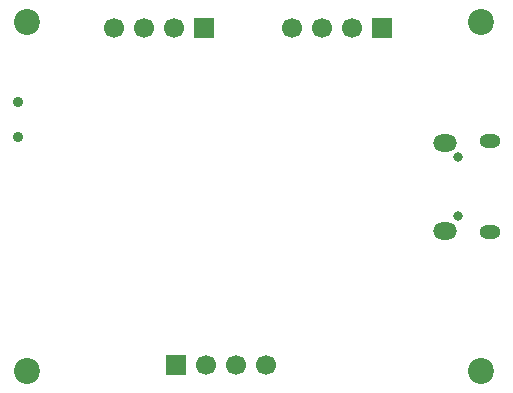
<source format=gbr>
%TF.GenerationSoftware,KiCad,Pcbnew,9.0.1*%
%TF.CreationDate,2025-05-17T01:13:42+02:00*%
%TF.ProjectId,kurs,6b757273-2e6b-4696-9361-645f70636258,rev?*%
%TF.SameCoordinates,Original*%
%TF.FileFunction,Soldermask,Bot*%
%TF.FilePolarity,Negative*%
%FSLAX46Y46*%
G04 Gerber Fmt 4.6, Leading zero omitted, Abs format (unit mm)*
G04 Created by KiCad (PCBNEW 9.0.1) date 2025-05-17 01:13:42*
%MOMM*%
%LPD*%
G01*
G04 APERTURE LIST*
%ADD10C,0.900000*%
%ADD11R,1.700000X1.700000*%
%ADD12C,1.700000*%
%ADD13C,2.200000*%
%ADD14O,0.800000X0.800000*%
%ADD15O,1.800000X1.150000*%
%ADD16O,2.000000X1.450000*%
G04 APERTURE END LIST*
D10*
%TO.C,SW1*%
X50240000Y-60750000D03*
X50240000Y-63750000D03*
%TD*%
D11*
%TO.C,J4*%
X63680000Y-83000000D03*
D12*
X66220000Y-83000000D03*
X68760000Y-83000000D03*
X71300000Y-83000000D03*
%TD*%
D13*
%TO.C,H1*%
X51000000Y-83500000D03*
%TD*%
%TO.C,H3*%
X89500000Y-54000000D03*
%TD*%
D14*
%TO.C,J1*%
X87500000Y-70425000D03*
X87500000Y-65425000D03*
D15*
X90250000Y-71800000D03*
D16*
X86450000Y-71650000D03*
X86450000Y-64200000D03*
D15*
X90250000Y-64050000D03*
%TD*%
D13*
%TO.C,H4*%
X51000000Y-54000000D03*
%TD*%
D11*
%TO.C,J2*%
X81080000Y-54500000D03*
D12*
X78540000Y-54500000D03*
X76000000Y-54500000D03*
X73460000Y-54500000D03*
%TD*%
D13*
%TO.C,H2*%
X89500000Y-83500000D03*
%TD*%
D11*
%TO.C,J3*%
X66000000Y-54500000D03*
D12*
X63460000Y-54500000D03*
X60920000Y-54500000D03*
X58380000Y-54500000D03*
%TD*%
M02*

</source>
